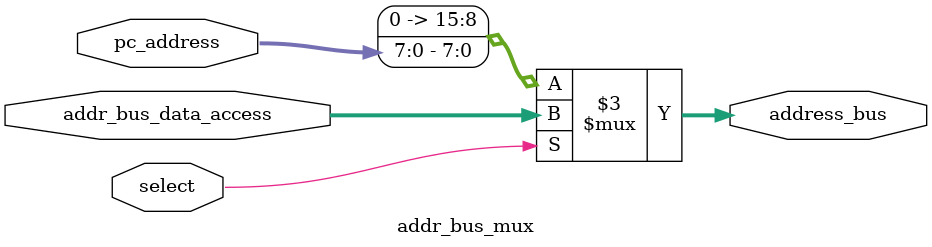
<source format=v>


// pc_address: 8 bit address from the program counter.

// addr_bus_data_access: 16 bit address to load/store data from the memory controller.

// address_bus: 16 bit address bus for accessing the RAM

module addr_bus_mux(select, pc_address, addr_bus_data_access, address_bus);
    input select;
    input [7:0] pc_address;
    input [15:0] addr_bus_data_access;
    output reg [15:0] address_bus;

    always @ *
    begin
        if (select)
            address_bus = addr_bus_data_access;
        else
            address_bus = pc_address;
    end
endmodule
</source>
